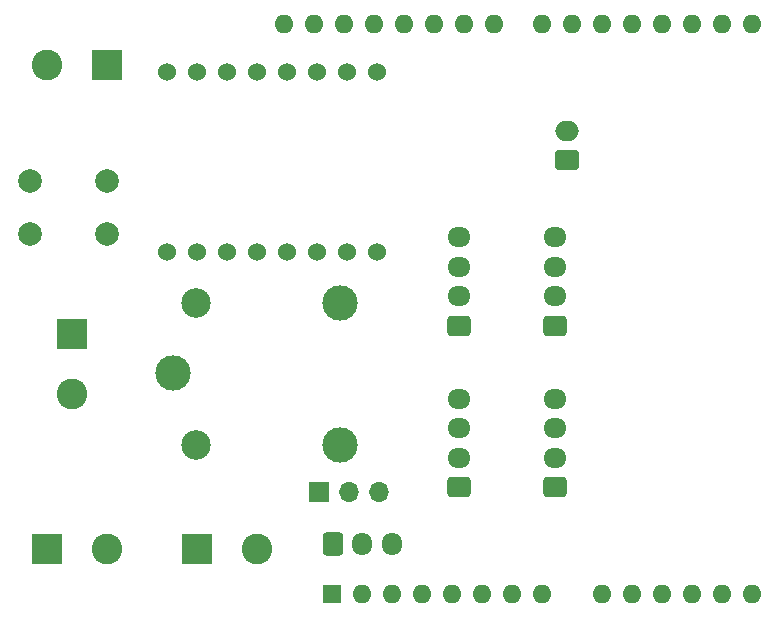
<source format=gbr>
%TF.GenerationSoftware,KiCad,Pcbnew,8.0.1*%
%TF.CreationDate,2024-06-08T08:25:42+08:00*%
%TF.ProjectId,uno_car,756e6f5f-6361-4722-9e6b-696361645f70,v1.0.2*%
%TF.SameCoordinates,Original*%
%TF.FileFunction,Soldermask,Bot*%
%TF.FilePolarity,Negative*%
%FSLAX46Y46*%
G04 Gerber Fmt 4.6, Leading zero omitted, Abs format (unit mm)*
G04 Created by KiCad (PCBNEW 8.0.1) date 2024-06-08 08:25:42*
%MOMM*%
%LPD*%
G01*
G04 APERTURE LIST*
G04 Aperture macros list*
%AMRoundRect*
0 Rectangle with rounded corners*
0 $1 Rounding radius*
0 $2 $3 $4 $5 $6 $7 $8 $9 X,Y pos of 4 corners*
0 Add a 4 corners polygon primitive as box body*
4,1,4,$2,$3,$4,$5,$6,$7,$8,$9,$2,$3,0*
0 Add four circle primitives for the rounded corners*
1,1,$1+$1,$2,$3*
1,1,$1+$1,$4,$5*
1,1,$1+$1,$6,$7*
1,1,$1+$1,$8,$9*
0 Add four rect primitives between the rounded corners*
20,1,$1+$1,$2,$3,$4,$5,0*
20,1,$1+$1,$4,$5,$6,$7,0*
20,1,$1+$1,$6,$7,$8,$9,0*
20,1,$1+$1,$8,$9,$2,$3,0*%
G04 Aperture macros list end*
%ADD10RoundRect,0.250000X0.725000X-0.600000X0.725000X0.600000X-0.725000X0.600000X-0.725000X-0.600000X0*%
%ADD11O,1.950000X1.700000*%
%ADD12R,2.600000X2.600000*%
%ADD13C,2.600000*%
%ADD14R,1.700000X1.700000*%
%ADD15O,1.700000X1.700000*%
%ADD16RoundRect,0.250000X0.750000X-0.600000X0.750000X0.600000X-0.750000X0.600000X-0.750000X-0.600000X0*%
%ADD17O,2.000000X1.700000*%
%ADD18C,3.000000*%
%ADD19C,2.500000*%
%ADD20C,2.000000*%
%ADD21C,1.524000*%
%ADD22RoundRect,0.250000X-0.600000X-0.725000X0.600000X-0.725000X0.600000X0.725000X-0.600000X0.725000X0*%
%ADD23O,1.700000X1.950000*%
%ADD24R,1.600000X1.600000*%
%ADD25O,1.600000X1.600000*%
G04 APERTURE END LIST*
D10*
%TO.C,J9*%
X189050000Y-76350000D03*
D11*
X189050000Y-73850000D03*
X189050000Y-71350000D03*
X189050000Y-68850000D03*
%TD*%
D10*
%TO.C,J8*%
X180900000Y-90050000D03*
D11*
X180900000Y-87550000D03*
X180900000Y-85050000D03*
X180900000Y-82550000D03*
%TD*%
D12*
%TO.C,J5*%
X148183000Y-77022000D03*
D13*
X148183000Y-82102000D03*
%TD*%
D10*
%TO.C,J10*%
X189050000Y-90050000D03*
D11*
X189050000Y-87550000D03*
X189050000Y-85050000D03*
X189050000Y-82550000D03*
%TD*%
D14*
%TO.C,JP1*%
X169037000Y-90424000D03*
D15*
X171577000Y-90424000D03*
X174117000Y-90424000D03*
%TD*%
D12*
%TO.C,J3*%
X151135000Y-54305000D03*
D13*
X146055000Y-54305000D03*
%TD*%
D16*
%TO.C,J6*%
X190050000Y-62350000D03*
D17*
X190050000Y-59850000D03*
%TD*%
D18*
%TO.C,K1*%
X156675000Y-80400000D03*
D19*
X158625000Y-86450000D03*
D18*
X170825000Y-86450000D03*
X170875000Y-74400000D03*
D19*
X158625000Y-74450000D03*
%TD*%
D10*
%TO.C,J7*%
X180950000Y-76350000D03*
D11*
X180950000Y-73850000D03*
X180950000Y-71350000D03*
X180950000Y-68850000D03*
%TD*%
D20*
%TO.C,SW1*%
X151130000Y-68580000D03*
X144630000Y-68580000D03*
X151130000Y-64080000D03*
X144630000Y-64080000D03*
%TD*%
D12*
%TO.C,J2*%
X158745000Y-95250000D03*
D13*
X163825000Y-95250000D03*
%TD*%
D12*
%TO.C,J4*%
X146045000Y-95250000D03*
D13*
X151125000Y-95250000D03*
%TD*%
D21*
%TO.C,U1*%
X156210000Y-70104000D03*
X158750000Y-70104000D03*
X161290000Y-70104000D03*
X163830000Y-70104000D03*
X166370000Y-70104000D03*
X168910000Y-70104000D03*
X171450000Y-70104000D03*
X173990000Y-70104000D03*
X156210000Y-54864000D03*
X158750000Y-54864000D03*
X161290000Y-54864000D03*
X163830000Y-54864000D03*
X166370000Y-54864000D03*
X168910000Y-54864000D03*
X171450000Y-54864000D03*
X173990000Y-54864000D03*
%TD*%
D22*
%TO.C,J1*%
X170220000Y-94869000D03*
D23*
X172720000Y-94869000D03*
X175220000Y-94869000D03*
%TD*%
D24*
%TO.C,A1*%
X170180000Y-99060000D03*
D25*
X172720000Y-99060000D03*
X175260000Y-99060000D03*
X177800000Y-99060000D03*
X180340000Y-99060000D03*
X182880000Y-99060000D03*
X185420000Y-99060000D03*
X187960000Y-99060000D03*
X193040000Y-99060000D03*
X195580000Y-99060000D03*
X198120000Y-99060000D03*
X200660000Y-99060000D03*
X203200000Y-99060000D03*
X205740000Y-99060000D03*
X205740000Y-50800000D03*
X203200000Y-50800000D03*
X200660000Y-50800000D03*
X198120000Y-50800000D03*
X195580000Y-50800000D03*
X193040000Y-50800000D03*
X190500000Y-50800000D03*
X187960000Y-50800000D03*
X183900000Y-50800000D03*
X181360000Y-50800000D03*
X178820000Y-50800000D03*
X176280000Y-50800000D03*
X173740000Y-50800000D03*
X171200000Y-50800000D03*
X168660000Y-50800000D03*
X166120000Y-50800000D03*
%TD*%
M02*

</source>
